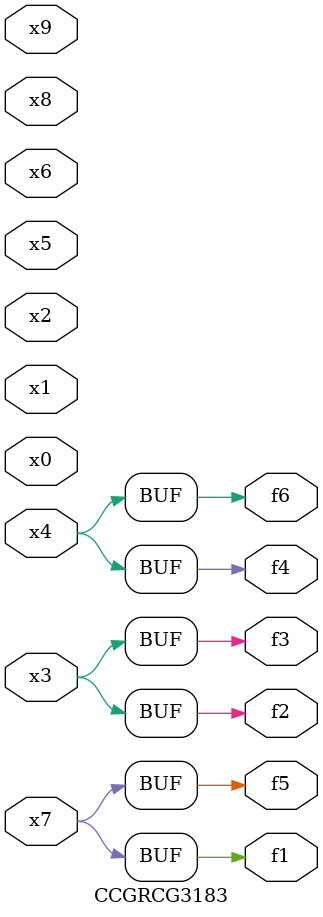
<source format=v>
module CCGRCG3183(
	input x0, x1, x2, x3, x4, x5, x6, x7, x8, x9,
	output f1, f2, f3, f4, f5, f6
);
	assign f1 = x7;
	assign f2 = x3;
	assign f3 = x3;
	assign f4 = x4;
	assign f5 = x7;
	assign f6 = x4;
endmodule

</source>
